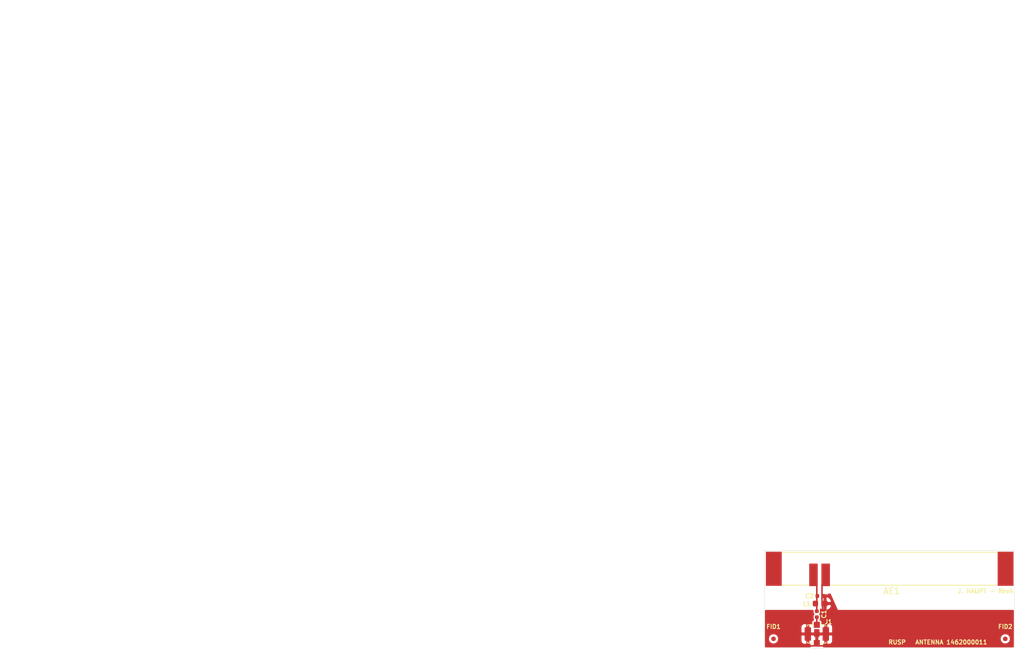
<source format=kicad_pcb>
(kicad_pcb (version 20211014) (generator pcbnew)
  (layers (0 "F.Cu" signal) (31 "B.Cu" signal) (34 "B.Paste" user) (35 "F.Paste" user) (36 "B.SilkS" user "B.Silkscreen") (37 "F.SilkS" user "F.Silkscreen") (38 "B.Mask" user) (39 "F.Mask" user) (44 "Edge.Cuts" user))
  (net 0 "")
  (net 1 "Net-(AE1-Pad1)")
  (net 2 "GNDA")
  (net 3 "Net-(C1-Pad2)")
  (footprint "Fiducial:Fiducial_0.75mm_Dia_1.5mm_Outer" (layer "F.Cu") (at 125.75 103.75)
    (fp_text reference "FID1" (at 0 -2) (layer "F.SilkS") (effects (font (size 0.7 0.7))))
    (fp_text value "Fiducial")
    (pad "" smd circle locked (at 0 0) (size 0.75 0.75) (layers "F.Cu" "F.Mask") (clearance 0.375))
  )
  (footprint "Fiducial:Fiducial_0.75mm_Dia_1.5mm_Outer" (layer "F.Cu") (at 163.75 103.75)
    (fp_text reference "FID2" (at 0 -2) (layer "F.SilkS") (effects (font (size 0.7 0.7))))
    (fp_text value "Fiducial")
    (pad "" smd circle locked (at 0 0) (size 0.75 0.75) (layers "F.Cu" "F.Mask") (clearance 0.375))
  )
  (footprint "Connector_Coaxial:U.FL_Molex_MCRF_73412-0110_Vertical" (layer "F.Cu") (at 132.85 102.95 180)
    (fp_text reference "J1" (at -1.9 2) (layer "F.SilkS") (effects (font (size 0.7 0.7))))
    (fp_text value "uFL")
    (fp_line (start -1.5 -1.3) (end -1.5 -1.5) (layer "F.SilkS") (width 0.12))
    (fp_line (start 1.5 1.5) (end 0.7 1.5) (layer "F.SilkS") (width 0.12))
    (fp_line (start -0.7 1.5) (end -1.3 1.5) (layer "F.SilkS") (width 0.12))
    (fp_line (start 0.7 1.5) (end 0.7 2) (layer "F.SilkS") (width 0.12))
    (fp_line (start -1.3 1.5) (end -1.5 1.3) (layer "F.SilkS") (width 0.12))
    (fp_line (start -1.5 -1.5) (end -0.7 -1.5) (layer "F.SilkS") (width 0.12))
    (fp_line (start -0.7 1.5) (end -0.7 2) (layer "F.SilkS") (width 0.12))
    (fp_line (start 1.5 1.3) (end 1.5 1.5) (layer "F.SilkS") (width 0.12))
    (fp_line (start 1.5 -1.5) (end 1.5 -1.3) (layer "F.SilkS") (width 0.12))
    (fp_line (start 0.7 -1.5) (end 1.5 -1.5) (layer "F.SilkS") (width 0.12))
    (pad "1" smd rect locked (at 0 1.5 180) (size 1 1) (layers "F.Cu" "F.Paste" "F.Mask") (net 3 "Net-(C1-Pad2)"))
    (pad "2" smd rect locked (at 1.475 0 180) (size 1.05 2.2) (layers "F.Cu" "F.Paste" "F.Mask") (net 2 "GNDA"))
    (pad "2" smd rect locked (at -1.475 0 180) (size 1.05 2.2) (layers "F.Cu" "F.Paste" "F.Mask") (net 2 "GNDA"))
    (pad "2" smd rect locked (at 0 -1.5 180) (size 1 1) (layers "F.Cu" "F.Paste" "F.Mask") (net 2 "GNDA"))
  )
  (footprint "Capacitor_SMD:C_0402_1005Metric" (layer "F.Cu") (at 132.85 99.7 -90)
    (fp_text reference "C1" (at 0 -1.17 90) (layer "F.SilkS") (effects (font (size 0.7 0.7))))
    (fp_text value "2.7pF")
    (pad "1" smd roundrect locked (at -0.485 0 270) (size 0.59 0.64) (layers "F.Cu" "F.Paste" "F.Mask") (net 1 "Net-(AE1-Pad1)"))
    (pad "2" smd roundrect locked (at 0.485 0 270) (size 0.59 0.64) (layers "F.Cu" "F.Paste" "F.Mask") (net 3 "Net-(C1-Pad2)"))
  )
  (footprint "Capacitor_SMD:C_0402_1005Metric" (layer "F.Cu") (at 133.42 96.71)
    (fp_text reference "C2" (at -1.75 0) (layer "F.SilkS") (effects (font (size 0.7 0.7))))
    (fp_text value ".5pF")
    (pad "1" smd roundrect locked (at -0.485 0) (size 0.59 0.64) (layers "F.Cu" "F.Paste" "F.Mask") (net 1 "Net-(AE1-Pad1)"))
    (pad "2" smd roundrect locked (at 0.485 0) (size 0.59 0.64) (layers "F.Cu" "F.Paste" "F.Mask") (net 2 "GNDA"))
  )
  (footprint "Inductor_SMD:L_0603_1608Metric" (layer "F.Cu") (at 133.41 97.96)
    (fp_text reference "L1" (at -2.21 0.04) (layer "F.SilkS") (effects (font (size 0.7 0.7))))
    (fp_text value "7.5nH")
    (fp_line (start -0.162779 -0.51) (end 0.162779 -0.51) (layer "F.SilkS") (width 0.12))
    (fp_line (start -0.162779 0.51) (end 0.162779 0.51) (layer "F.SilkS") (width 0.12))
    (pad "1" smd roundrect locked (at -0.7875 0) (size 0.875 0.95) (layers "F.Cu" "F.Paste" "F.Mask") (net 1 "Net-(AE1-Pad1)"))
    (pad "2" smd roundrect locked (at 0.7875 0) (size 0.875 0.95) (layers "F.Cu" "F.Paste" "F.Mask") (net 2 "GNDA"))
  )
  (footprint "MyFootprints:Antenna_Molex_1462000011" (layer "F.Cu") (at 145.3 92.25)
    (fp_text reference "AE1" (at -0.2 3.65) (layer "F.SilkS"))
    (fp_text value "Antenna_Chip")
    (fp_line (start -18.1 -2.7) (end 17.1 -2.7) (layer "F.SilkS") (width 0.15))
    (fp_line (start -10.1 2.7) (end 17.1 2.7) (layer "F.SilkS") (width 0.15))
    (fp_line (start -18.1 2.7) (end -13.9 2.7) (layer "F.SilkS") (width 0.15))
    (pad "" smd rect locked (at -19.5 0) (size 2.6 5.6) (layers "F.Cu" "F.Paste" "F.Mask"))
    (pad "" smd rect locked (at 18.5 0) (size 2.6 5.6) (layers "F.Cu" "F.Paste" "F.Mask"))
    (pad "1" smd rect locked (at -13 1) (size 1.4 3.7) (layers "F.Cu" "F.Paste" "F.Mask") (net 1 "Net-(AE1-Pad1)"))
    (pad "2" smd rect locked (at -11 1) (size 1.4 3.7) (layers "F.Cu" "F.Paste" "F.Mask") (net 2 "GNDA"))
  )
  (gr_line (start 124.25 105.25) (end 124.25 89.25) (layer "Edge.Cuts") (width 0.05))
  (gr_line (start 124.25 105.25) (end 165.25 105.25) (layer "Edge.Cuts") (width 0.05))
  (gr_line (start 165.25 105.25) (end 165.25 89.25) (layer "Edge.Cuts") (width 0.05))
  (gr_line (start 124.25 89.25) (end 165.25 89.25) (layer "Edge.Cuts") (width 0.05))
  (gr_text "J. HAUPT - RevA" (at 160.5 95.9) (layer "F.SilkS") (effects (font (size 0.7 0.7))))
  (gr_text "RUSP   ANTENNA 1462000011" (at 152.7 104.3) (layer "F.SilkS") (effects (font (size 0.7 0.7))))
  (segment (start 132.85 97) (end 132.85 98.25) (width 0.25) (layer "F.Cu") (net 1))
  (segment (start 132.85 98.25) (end 132.85 99.2) (width 0.25) (layer "F.Cu") (net 1))
  (segment (start 132.3 94.35) (end 132.85 94.9) (width 0.25) (layer "F.Cu") (net 1))
  (segment (start 132.3 93.25) (end 132.3 94.35) (width 0.25) (layer "F.Cu") (net 1))
  (segment (start 132.85 94.9) (end 132.85 97) (width 0.25) (layer "F.Cu") (net 1))
  (segment (start 134.3 93.25) (end 134.3 94.3) (width 0.25) (layer "F.Cu") (net 2))
  (segment (start 132.85 104.89999) (end 133.10001 104.89999) (width 0.25) (layer "F.Cu") (net 2))
  (segment (start 132.85 104.45) (end 132.85 104.89999) (width 0.25) (layer "F.Cu") (net 2))
  (segment (start 133.785 98.2) (end 133.785 99.985) (width 0.25) (layer "F.Cu") (net 2))
  (segment (start 134.25 104.89999) (end 133.10001 104.89999) (width 0.25) (layer "F.Cu") (net 2))
  (segment (start 134.3 94.3) (end 133.7 94.9) (width 0.25) (layer "F.Cu") (net 2))
  (segment (start 134.25 104.5) (end 134.25 104.89999) (width 0.25) (layer "F.Cu") (net 2))
  (segment (start 133.7 94.9) (end 133.7 97.05) (width 0.25) (layer "F.Cu") (net 2))
  (segment (start 133.7 97.05) (end 133.7 98.25) (width 0.25) (layer "F.Cu") (net 2))
  (segment (start 133.10001 104.89999) (end 131.25 104.89999) (width 0.25) (layer "F.Cu") (net 2))
  (segment (start 132.85 101.45) (end 132.85 100.2) (width 0.25) (layer "F.Cu") (net 3))
  (zone (net 2) (net_name "GNDA") (layer "F.Cu") (connect_pads (clearance 0.1)) (min_thickness 0.254) (fill yes (thermal_gap 0.508) (thermal_bridge_width 0.508))
    (polygon (pts (xy 166.25 106.25) (xy 123.5 106.25) (xy 123.5 99) (xy 132.8 99) (xy 132.8 96.3) (xy 135.1 96.3) (xy 136.3 99) (xy 166.25 99)))
  )
)
</source>
